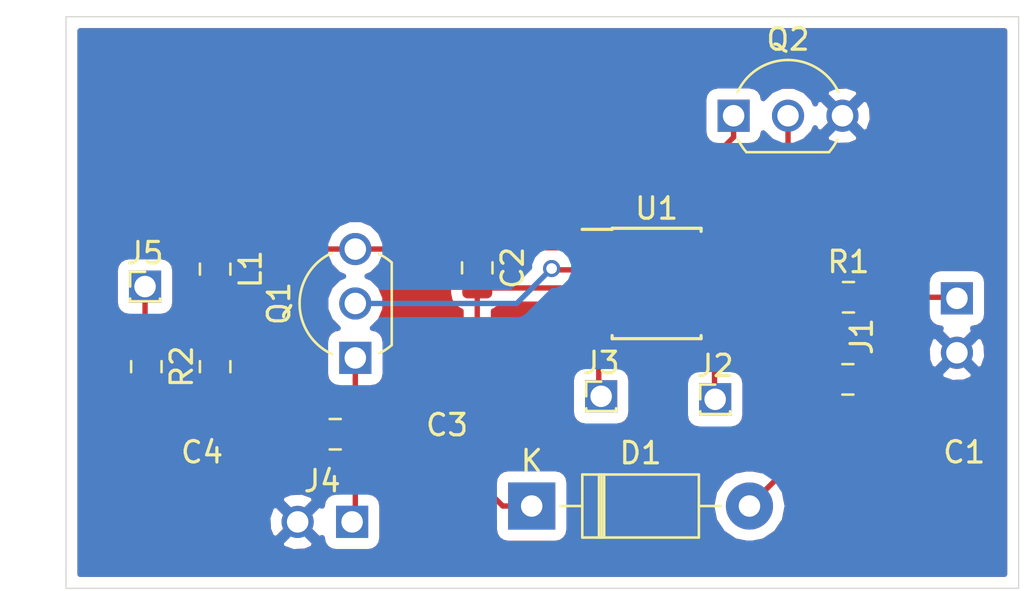
<source format=kicad_pcb>
(kicad_pcb (version 20171130) (host pcbnew "(6.0.0-rc1-dev-305-gf0b8b21)")

  (general
    (thickness 1.6)
    (drawings 4)
    (tracks 42)
    (zones 0)
    (modules 16)
    (nets 12)
  )

  (page A4)
  (layers
    (0 F.Cu signal)
    (31 B.Cu signal)
    (32 B.Adhes user)
    (33 F.Adhes user)
    (34 B.Paste user)
    (35 F.Paste user)
    (36 B.SilkS user)
    (37 F.SilkS user)
    (38 B.Mask user)
    (39 F.Mask user)
    (40 Dwgs.User user)
    (41 Cmts.User user)
    (42 Eco1.User user)
    (43 Eco2.User user)
    (44 Edge.Cuts user)
    (45 Margin user)
    (46 B.CrtYd user)
    (47 F.CrtYd user)
    (48 B.Fab user)
    (49 F.Fab user)
  )

  (setup
    (last_trace_width 0.25)
    (trace_clearance 0.2)
    (zone_clearance 0.508)
    (zone_45_only no)
    (trace_min 0.2)
    (via_size 0.8)
    (via_drill 0.4)
    (via_min_size 0.4)
    (via_min_drill 0.3)
    (uvia_size 0.3)
    (uvia_drill 0.1)
    (uvias_allowed no)
    (uvia_min_size 0.2)
    (uvia_min_drill 0.1)
    (edge_width 0.05)
    (segment_width 0.2)
    (pcb_text_width 0.3)
    (pcb_text_size 1.5 1.5)
    (mod_edge_width 0.12)
    (mod_text_size 1 1)
    (mod_text_width 0.15)
    (pad_size 1.5 1.5)
    (pad_drill 1.00076)
    (pad_to_mask_clearance 0.2)
    (aux_axis_origin 0 0)
    (visible_elements FFFFFF7F)
    (pcbplotparams
      (layerselection 0x01000_ffffffff)
      (usegerberextensions false)
      (usegerberattributes false)
      (usegerberadvancedattributes false)
      (creategerberjobfile false)
      (excludeedgelayer true)
      (linewidth 0.100000)
      (plotframeref false)
      (viasonmask false)
      (mode 1)
      (useauxorigin false)
      (hpglpennumber 1)
      (hpglpenspeed 20)
      (hpglpendiameter 15.000000)
      (psnegative false)
      (psa4output false)
      (plotreference true)
      (plotvalue true)
      (plotinvisibletext false)
      (padsonsilk false)
      (subtractmaskfromsilk false)
      (outputformat 1)
      (mirror false)
      (drillshape 0)
      (scaleselection 1)
      (outputdirectory "../Drill and Gerber/"))
  )

  (net 0 "")
  (net 1 "Net-(C1-Pad1)")
  (net 2 GND)
  (net 3 "Net-(C2-Pad2)")
  (net 4 "Net-(C2-Pad1)")
  (net 5 "Net-(C3-Pad1)")
  (net 6 "Net-(C4-Pad1)")
  (net 7 "Net-(J1-Pad2)")
  (net 8 "Net-(J2-Pad1)")
  (net 9 "Net-(J3-Pad1)")
  (net 10 "Net-(Q1-Pad2)")
  (net 11 "Net-(Q2-Pad2)")

  (net_class Default "This is the default net class."
    (clearance 0.2)
    (trace_width 0.25)
    (via_dia 0.8)
    (via_drill 0.4)
    (uvia_dia 0.3)
    (uvia_drill 0.1)
    (add_net GND)
    (add_net "Net-(C1-Pad1)")
    (add_net "Net-(C2-Pad1)")
    (add_net "Net-(C2-Pad2)")
    (add_net "Net-(C3-Pad1)")
    (add_net "Net-(C4-Pad1)")
    (add_net "Net-(J1-Pad2)")
    (add_net "Net-(J2-Pad1)")
    (add_net "Net-(J3-Pad1)")
    (add_net "Net-(Q1-Pad2)")
    (add_net "Net-(Q2-Pad2)")
  )

  (module Capacitor_SMD:C_0805_2012Metric (layer F.Cu) (tedit 5B36C52B) (tstamp 5CE5F99E)
    (at 159.6725 110.9)
    (descr "Capacitor SMD 0805 (2012 Metric), square (rectangular) end terminal, IPC_7351 nominal, (Body size source: https://docs.google.com/spreadsheets/d/1BsfQQcO9C6DZCsRaXUlFlo91Tg2WpOkGARC1WS5S8t0/edit?usp=sharing), generated with kicad-footprint-generator")
    (tags capacitor)
    (path /5CE5A587)
    (attr smd)
    (fp_text reference C1 (at 5.4275 3.4) (layer F.SilkS)
      (effects (font (size 1 1) (thickness 0.15)))
    )
    (fp_text value 1uF (at 5.4275 2.13) (layer F.Fab)
      (effects (font (size 1 1) (thickness 0.15)))
    )
    (fp_line (start -1 0.6) (end -1 -0.6) (layer F.Fab) (width 0.1))
    (fp_line (start -1 -0.6) (end 1 -0.6) (layer F.Fab) (width 0.1))
    (fp_line (start 1 -0.6) (end 1 0.6) (layer F.Fab) (width 0.1))
    (fp_line (start 1 0.6) (end -1 0.6) (layer F.Fab) (width 0.1))
    (fp_line (start -0.258578 -0.71) (end 0.258578 -0.71) (layer F.SilkS) (width 0.12))
    (fp_line (start -0.258578 0.71) (end 0.258578 0.71) (layer F.SilkS) (width 0.12))
    (fp_line (start -1.68 0.95) (end -1.68 -0.95) (layer F.CrtYd) (width 0.05))
    (fp_line (start -1.68 -0.95) (end 1.68 -0.95) (layer F.CrtYd) (width 0.05))
    (fp_line (start 1.68 -0.95) (end 1.68 0.95) (layer F.CrtYd) (width 0.05))
    (fp_line (start 1.68 0.95) (end -1.68 0.95) (layer F.CrtYd) (width 0.05))
    (fp_text user %R (at 0 0) (layer F.Fab)
      (effects (font (size 0.5 0.5) (thickness 0.08)))
    )
    (pad 1 smd roundrect (at -0.9375 0) (size 0.975 1.4) (layers F.Cu F.Paste F.Mask) (roundrect_rratio 0.25)
      (net 1 "Net-(C1-Pad1)"))
    (pad 2 smd roundrect (at 0.9375 0) (size 0.975 1.4) (layers F.Cu F.Paste F.Mask) (roundrect_rratio 0.25)
      (net 2 GND))
    (model ${KISYS3DMOD}/Capacitor_SMD.3dshapes/C_0805_2012Metric.wrl
      (at (xyz 0 0 0))
      (scale (xyz 1 1 1))
      (rotate (xyz 0 0 0))
    )
  )

  (module Capacitor_SMD:C_0805_2012Metric (layer F.Cu) (tedit 5B36C52B) (tstamp 5CE5F9AF)
    (at 142.38 105.6975 270)
    (descr "Capacitor SMD 0805 (2012 Metric), square (rectangular) end terminal, IPC_7351 nominal, (Body size source: https://docs.google.com/spreadsheets/d/1BsfQQcO9C6DZCsRaXUlFlo91Tg2WpOkGARC1WS5S8t0/edit?usp=sharing), generated with kicad-footprint-generator")
    (tags capacitor)
    (path /5CE5A6E3)
    (attr smd)
    (fp_text reference C2 (at 0 -1.65 270) (layer F.SilkS)
      (effects (font (size 1 1) (thickness 0.15)))
    )
    (fp_text value 0.33uF (at -2.8275 -1.13) (layer F.Fab)
      (effects (font (size 1 1) (thickness 0.15)))
    )
    (fp_text user %R (at 0 0 270) (layer F.Fab)
      (effects (font (size 0.5 0.5) (thickness 0.08)))
    )
    (fp_line (start 1.68 0.95) (end -1.68 0.95) (layer F.CrtYd) (width 0.05))
    (fp_line (start 1.68 -0.95) (end 1.68 0.95) (layer F.CrtYd) (width 0.05))
    (fp_line (start -1.68 -0.95) (end 1.68 -0.95) (layer F.CrtYd) (width 0.05))
    (fp_line (start -1.68 0.95) (end -1.68 -0.95) (layer F.CrtYd) (width 0.05))
    (fp_line (start -0.258578 0.71) (end 0.258578 0.71) (layer F.SilkS) (width 0.12))
    (fp_line (start -0.258578 -0.71) (end 0.258578 -0.71) (layer F.SilkS) (width 0.12))
    (fp_line (start 1 0.6) (end -1 0.6) (layer F.Fab) (width 0.1))
    (fp_line (start 1 -0.6) (end 1 0.6) (layer F.Fab) (width 0.1))
    (fp_line (start -1 -0.6) (end 1 -0.6) (layer F.Fab) (width 0.1))
    (fp_line (start -1 0.6) (end -1 -0.6) (layer F.Fab) (width 0.1))
    (pad 2 smd roundrect (at 0.9375 0 270) (size 0.975 1.4) (layers F.Cu F.Paste F.Mask) (roundrect_rratio 0.25)
      (net 3 "Net-(C2-Pad2)"))
    (pad 1 smd roundrect (at -0.9375 0 270) (size 0.975 1.4) (layers F.Cu F.Paste F.Mask) (roundrect_rratio 0.25)
      (net 4 "Net-(C2-Pad1)"))
    (model ${KISYS3DMOD}/Capacitor_SMD.3dshapes/C_0805_2012Metric.wrl
      (at (xyz 0 0 0))
      (scale (xyz 1 1 1))
      (rotate (xyz 0 0 0))
    )
  )

  (module Capacitor_SMD:C_0805_2012Metric (layer F.Cu) (tedit 5B36C52B) (tstamp 5CE5F9C0)
    (at 135.7525 113.46 180)
    (descr "Capacitor SMD 0805 (2012 Metric), square (rectangular) end terminal, IPC_7351 nominal, (Body size source: https://docs.google.com/spreadsheets/d/1BsfQQcO9C6DZCsRaXUlFlo91Tg2WpOkGARC1WS5S8t0/edit?usp=sharing), generated with kicad-footprint-generator")
    (tags capacitor)
    (path /5CE606B9)
    (attr smd)
    (fp_text reference C3 (at -5.2175 0.43 180) (layer F.SilkS)
      (effects (font (size 1 1) (thickness 0.15)))
    )
    (fp_text value 10uF (at 0 1.65 180) (layer F.Fab)
      (effects (font (size 1 1) (thickness 0.15)))
    )
    (fp_line (start -1 0.6) (end -1 -0.6) (layer F.Fab) (width 0.1))
    (fp_line (start -1 -0.6) (end 1 -0.6) (layer F.Fab) (width 0.1))
    (fp_line (start 1 -0.6) (end 1 0.6) (layer F.Fab) (width 0.1))
    (fp_line (start 1 0.6) (end -1 0.6) (layer F.Fab) (width 0.1))
    (fp_line (start -0.258578 -0.71) (end 0.258578 -0.71) (layer F.SilkS) (width 0.12))
    (fp_line (start -0.258578 0.71) (end 0.258578 0.71) (layer F.SilkS) (width 0.12))
    (fp_line (start -1.68 0.95) (end -1.68 -0.95) (layer F.CrtYd) (width 0.05))
    (fp_line (start -1.68 -0.95) (end 1.68 -0.95) (layer F.CrtYd) (width 0.05))
    (fp_line (start 1.68 -0.95) (end 1.68 0.95) (layer F.CrtYd) (width 0.05))
    (fp_line (start 1.68 0.95) (end -1.68 0.95) (layer F.CrtYd) (width 0.05))
    (fp_text user %R (at 0 0 180) (layer F.Fab)
      (effects (font (size 0.5 0.5) (thickness 0.08)))
    )
    (pad 1 smd roundrect (at -0.9375 0 180) (size 0.975 1.4) (layers F.Cu F.Paste F.Mask) (roundrect_rratio 0.25)
      (net 5 "Net-(C3-Pad1)"))
    (pad 2 smd roundrect (at 0.9375 0 180) (size 0.975 1.4) (layers F.Cu F.Paste F.Mask) (roundrect_rratio 0.25)
      (net 2 GND))
    (model ${KISYS3DMOD}/Capacitor_SMD.3dshapes/C_0805_2012Metric.wrl
      (at (xyz 0 0 0))
      (scale (xyz 1 1 1))
      (rotate (xyz 0 0 0))
    )
  )

  (module Capacitor_SMD:C_0805_2012Metric (layer F.Cu) (tedit 5B36C52B) (tstamp 5CE5F9D1)
    (at 130.15 110.3075 270)
    (descr "Capacitor SMD 0805 (2012 Metric), square (rectangular) end terminal, IPC_7351 nominal, (Body size source: https://docs.google.com/spreadsheets/d/1BsfQQcO9C6DZCsRaXUlFlo91Tg2WpOkGARC1WS5S8t0/edit?usp=sharing), generated with kicad-footprint-generator")
    (tags capacitor)
    (path /5CE60AAE)
    (attr smd)
    (fp_text reference C4 (at 3.9925 0.61) (layer F.SilkS)
      (effects (font (size 1 1) (thickness 0.15)))
    )
    (fp_text value 270uF (at 2.7225 -0.66) (layer F.Fab)
      (effects (font (size 1 1) (thickness 0.15)))
    )
    (fp_text user %R (at 0 0 270) (layer F.Fab)
      (effects (font (size 0.5 0.5) (thickness 0.08)))
    )
    (fp_line (start 1.68 0.95) (end -1.68 0.95) (layer F.CrtYd) (width 0.05))
    (fp_line (start 1.68 -0.95) (end 1.68 0.95) (layer F.CrtYd) (width 0.05))
    (fp_line (start -1.68 -0.95) (end 1.68 -0.95) (layer F.CrtYd) (width 0.05))
    (fp_line (start -1.68 0.95) (end -1.68 -0.95) (layer F.CrtYd) (width 0.05))
    (fp_line (start -0.258578 0.71) (end 0.258578 0.71) (layer F.SilkS) (width 0.12))
    (fp_line (start -0.258578 -0.71) (end 0.258578 -0.71) (layer F.SilkS) (width 0.12))
    (fp_line (start 1 0.6) (end -1 0.6) (layer F.Fab) (width 0.1))
    (fp_line (start 1 -0.6) (end 1 0.6) (layer F.Fab) (width 0.1))
    (fp_line (start -1 -0.6) (end 1 -0.6) (layer F.Fab) (width 0.1))
    (fp_line (start -1 0.6) (end -1 -0.6) (layer F.Fab) (width 0.1))
    (pad 2 smd roundrect (at 0.9375 0 270) (size 0.975 1.4) (layers F.Cu F.Paste F.Mask) (roundrect_rratio 0.25)
      (net 2 GND))
    (pad 1 smd roundrect (at -0.9375 0 270) (size 0.975 1.4) (layers F.Cu F.Paste F.Mask) (roundrect_rratio 0.25)
      (net 6 "Net-(C4-Pad1)"))
    (model ${KISYS3DMOD}/Capacitor_SMD.3dshapes/C_0805_2012Metric.wrl
      (at (xyz 0 0 0))
      (scale (xyz 1 1 1))
      (rotate (xyz 0 0 0))
    )
  )

  (module Diode_THT:D_DO-41_SOD81_P10.16mm_Horizontal (layer F.Cu) (tedit 5CE5BD29) (tstamp 5CE5F9F0)
    (at 144.92 116.81)
    (descr "Diode, DO-41_SOD81 series, Axial, Horizontal, pin pitch=10.16mm, , length*diameter=5.2*2.7mm^2, , http://www.diodes.com/_files/packages/DO-41%20(Plastic).pdf")
    (tags "Diode DO-41_SOD81 series Axial Horizontal pin pitch 10.16mm  length 5.2mm diameter 2.7mm")
    (path /5CE5A629)
    (fp_text reference D1 (at 5.08 -2.47) (layer F.SilkS)
      (effects (font (size 1 1) (thickness 0.15)))
    )
    (fp_text value D (at 5.08 2.47) (layer F.Fab)
      (effects (font (size 1 1) (thickness 0.15)))
    )
    (fp_line (start 2.48 -1.35) (end 2.48 1.35) (layer F.Fab) (width 0.1))
    (fp_line (start 2.48 1.35) (end 7.68 1.35) (layer F.Fab) (width 0.1))
    (fp_line (start 7.68 1.35) (end 7.68 -1.35) (layer F.Fab) (width 0.1))
    (fp_line (start 7.68 -1.35) (end 2.48 -1.35) (layer F.Fab) (width 0.1))
    (fp_line (start 0 0) (end 2.48 0) (layer F.Fab) (width 0.1))
    (fp_line (start 10.16 0) (end 7.68 0) (layer F.Fab) (width 0.1))
    (fp_line (start 3.26 -1.35) (end 3.26 1.35) (layer F.Fab) (width 0.1))
    (fp_line (start 3.36 -1.35) (end 3.36 1.35) (layer F.Fab) (width 0.1))
    (fp_line (start 3.16 -1.35) (end 3.16 1.35) (layer F.Fab) (width 0.1))
    (fp_line (start 2.36 -1.47) (end 2.36 1.47) (layer F.SilkS) (width 0.12))
    (fp_line (start 2.36 1.47) (end 7.8 1.47) (layer F.SilkS) (width 0.12))
    (fp_line (start 7.8 1.47) (end 7.8 -1.47) (layer F.SilkS) (width 0.12))
    (fp_line (start 7.8 -1.47) (end 2.36 -1.47) (layer F.SilkS) (width 0.12))
    (fp_line (start 1.34 0) (end 2.36 0) (layer F.SilkS) (width 0.12))
    (fp_line (start 8.82 0) (end 7.8 0) (layer F.SilkS) (width 0.12))
    (fp_line (start 3.26 -1.47) (end 3.26 1.47) (layer F.SilkS) (width 0.12))
    (fp_line (start 3.38 -1.47) (end 3.38 1.47) (layer F.SilkS) (width 0.12))
    (fp_line (start 3.14 -1.47) (end 3.14 1.47) (layer F.SilkS) (width 0.12))
    (fp_line (start -1.35 -1.6) (end -1.35 1.6) (layer F.CrtYd) (width 0.05))
    (fp_line (start -1.35 1.6) (end 11.51 1.6) (layer F.CrtYd) (width 0.05))
    (fp_line (start 11.51 1.6) (end 11.51 -1.6) (layer F.CrtYd) (width 0.05))
    (fp_line (start 11.51 -1.6) (end -1.35 -1.6) (layer F.CrtYd) (width 0.05))
    (fp_text user %R (at 5.609999 -0.101001) (layer F.Fab)
      (effects (font (size 1 1) (thickness 0.15)))
    )
    (fp_text user K (at 0 -2.1) (layer F.Fab)
      (effects (font (size 1 1) (thickness 0.15)))
    )
    (fp_text user K (at 0 -2.1) (layer F.SilkS)
      (effects (font (size 1 1) (thickness 0.15)))
    )
    (pad 1 thru_hole rect (at 0 0) (size 2.2 2.2) (drill 1.00076) (layers *.Cu *.Mask)
      (net 3 "Net-(C2-Pad2)"))
    (pad 2 thru_hole oval (at 10.16 0) (size 2.2 2.2) (drill 1.00076) (layers *.Cu *.Mask)
      (net 1 "Net-(C1-Pad1)"))
    (model ${KISYS3DMOD}/Diode_THT.3dshapes/D_DO-41_SOD81_P10.16mm_Horizontal.wrl
      (at (xyz 0 0 0))
      (scale (xyz 1 1 1))
      (rotate (xyz 0 0 0))
    )
  )

  (module My_Footprints:header_2_pins (layer F.Cu) (tedit 5CE5BCF4) (tstamp 5CE5F9FA)
    (at 164.76 109.66 90)
    (path /5CE65AE4)
    (fp_text reference J1 (at 0.762 -4.445 90) (layer F.SilkS)
      (effects (font (size 1 1) (thickness 0.15)))
    )
    (fp_text value Conn_01x02_Male (at 1.143 -2.794 90) (layer F.Fab)
      (effects (font (size 1 1) (thickness 0.15)))
    )
    (fp_line (start 3.9 -1.3) (end -1.3 -1.3) (layer F.CrtYd) (width 0.15))
    (fp_line (start 3.9 1.3) (end 3.9 -1.3) (layer F.CrtYd) (width 0.15))
    (fp_line (start -1.3 1.3) (end 3.9 1.3) (layer F.CrtYd) (width 0.15))
    (fp_line (start -1.3 -1.3) (end -1.3 1.3) (layer F.CrtYd) (width 0.15))
    (pad 2 thru_hole rect (at 2.54 0 90) (size 1.5 1.5) (drill 1.00076) (layers *.Cu *.Mask)
      (net 7 "Net-(J1-Pad2)"))
    (pad 1 thru_hole circle (at 0 0 90) (size 1.5 1.5) (drill 1.00076) (layers *.Cu *.Mask)
      (net 2 GND))
  )

  (module Connector_PinHeader_1.00mm:PinHeader_1x01_P1.00mm_Vertical (layer F.Cu) (tedit 5CE5BCD3) (tstamp 5CE5FA10)
    (at 153.48 111.83)
    (descr "Through hole straight pin header, 1x01, 1.00mm pitch, single row")
    (tags "Through hole pin header THT 1x01 1.00mm single row")
    (path /5CE5EC83)
    (fp_text reference J2 (at 0 -1.56) (layer F.SilkS)
      (effects (font (size 1 1) (thickness 0.15)))
    )
    (fp_text value Conn_01x01_Male (at 0 1.56) (layer F.Fab)
      (effects (font (size 1 1) (thickness 0.15)))
    )
    (fp_line (start -0.3175 -0.5) (end 0.635 -0.5) (layer F.Fab) (width 0.1))
    (fp_line (start 0.635 -0.5) (end 0.635 0.5) (layer F.Fab) (width 0.1))
    (fp_line (start 0.635 0.5) (end -0.635 0.5) (layer F.Fab) (width 0.1))
    (fp_line (start -0.635 0.5) (end -0.635 -0.1825) (layer F.Fab) (width 0.1))
    (fp_line (start -0.635 -0.1825) (end -0.3175 -0.5) (layer F.Fab) (width 0.1))
    (fp_line (start -0.695 0.685) (end 0.695 0.685) (layer F.SilkS) (width 0.12))
    (fp_line (start -0.695 0.685) (end -0.695 0.56) (layer F.SilkS) (width 0.12))
    (fp_line (start 0.695 0.685) (end 0.695 0.56) (layer F.SilkS) (width 0.12))
    (fp_line (start -0.695 0.685) (end -0.608276 0.685) (layer F.SilkS) (width 0.12))
    (fp_line (start 0.608276 0.685) (end 0.695 0.685) (layer F.SilkS) (width 0.12))
    (fp_line (start -0.695 0) (end -0.695 -0.685) (layer F.SilkS) (width 0.12))
    (fp_line (start -0.695 -0.685) (end 0 -0.685) (layer F.SilkS) (width 0.12))
    (fp_line (start -1.15 -1) (end -1.15 1) (layer F.CrtYd) (width 0.05))
    (fp_line (start -1.15 1) (end 1.15 1) (layer F.CrtYd) (width 0.05))
    (fp_line (start 1.15 1) (end 1.15 -1) (layer F.CrtYd) (width 0.05))
    (fp_line (start 1.15 -1) (end -1.15 -1) (layer F.CrtYd) (width 0.05))
    (fp_text user %R (at -0.18 -0.01 90) (layer F.Fab)
      (effects (font (size 0.76 0.76) (thickness 0.114)))
    )
    (pad 1 thru_hole rect (at 0 0) (size 1.4986 1.4986) (drill 1.00076) (layers *.Cu *.Mask)
      (net 8 "Net-(J2-Pad1)"))
    (model ${KISYS3DMOD}/Connector_PinHeader_1.00mm.3dshapes/PinHeader_1x01_P1.00mm_Vertical.wrl
      (at (xyz 0 0 0))
      (scale (xyz 1 1 1))
      (rotate (xyz 0 0 0))
    )
  )

  (module Connector_PinHeader_1.00mm:PinHeader_1x01_P1.00mm_Vertical (layer F.Cu) (tedit 5CE5BCE2) (tstamp 5CE5FA26)
    (at 148.16 111.69)
    (descr "Through hole straight pin header, 1x01, 1.00mm pitch, single row")
    (tags "Through hole pin header THT 1x01 1.00mm single row")
    (path /5CE5EF59)
    (fp_text reference J3 (at 0 -1.56) (layer F.SilkS)
      (effects (font (size 1 1) (thickness 0.15)))
    )
    (fp_text value Conn_01x01_Male (at 0 1.56) (layer F.Fab)
      (effects (font (size 1 1) (thickness 0.15)))
    )
    (fp_text user %R (at -0.08 0.11 90) (layer F.Fab)
      (effects (font (size 0.76 0.76) (thickness 0.114)))
    )
    (fp_line (start 1.15 -1) (end -1.15 -1) (layer F.CrtYd) (width 0.05))
    (fp_line (start 1.15 1) (end 1.15 -1) (layer F.CrtYd) (width 0.05))
    (fp_line (start -1.15 1) (end 1.15 1) (layer F.CrtYd) (width 0.05))
    (fp_line (start -1.15 -1) (end -1.15 1) (layer F.CrtYd) (width 0.05))
    (fp_line (start -0.695 -0.685) (end 0 -0.685) (layer F.SilkS) (width 0.12))
    (fp_line (start -0.695 0) (end -0.695 -0.685) (layer F.SilkS) (width 0.12))
    (fp_line (start 0.608276 0.685) (end 0.695 0.685) (layer F.SilkS) (width 0.12))
    (fp_line (start -0.695 0.685) (end -0.608276 0.685) (layer F.SilkS) (width 0.12))
    (fp_line (start 0.695 0.685) (end 0.695 0.56) (layer F.SilkS) (width 0.12))
    (fp_line (start -0.695 0.685) (end -0.695 0.56) (layer F.SilkS) (width 0.12))
    (fp_line (start -0.695 0.685) (end 0.695 0.685) (layer F.SilkS) (width 0.12))
    (fp_line (start -0.635 -0.1825) (end -0.3175 -0.5) (layer F.Fab) (width 0.1))
    (fp_line (start -0.635 0.5) (end -0.635 -0.1825) (layer F.Fab) (width 0.1))
    (fp_line (start 0.635 0.5) (end -0.635 0.5) (layer F.Fab) (width 0.1))
    (fp_line (start 0.635 -0.5) (end 0.635 0.5) (layer F.Fab) (width 0.1))
    (fp_line (start -0.3175 -0.5) (end 0.635 -0.5) (layer F.Fab) (width 0.1))
    (pad 1 thru_hole rect (at 0 0) (size 1.4986 1.4986) (drill 1.00076) (layers *.Cu *.Mask)
      (net 9 "Net-(J3-Pad1)"))
    (model ${KISYS3DMOD}/Connector_PinHeader_1.00mm.3dshapes/PinHeader_1x01_P1.00mm_Vertical.wrl
      (at (xyz 0 0 0))
      (scale (xyz 1 1 1))
      (rotate (xyz 0 0 0))
    )
  )

  (module My_Footprints:header_2_pins (layer F.Cu) (tedit 5CE5BC62) (tstamp 5CE5FA30)
    (at 134 117.55)
    (path /5CE644A0)
    (fp_text reference J4 (at 1.143 -1.905) (layer F.SilkS)
      (effects (font (size 1 1) (thickness 0.15)))
    )
    (fp_text value Conn_01x02_Male (at 2.794 -3.048) (layer F.Fab)
      (effects (font (size 1 1) (thickness 0.15)))
    )
    (fp_line (start -1.3 -1.3) (end -1.3 1.3) (layer F.CrtYd) (width 0.15))
    (fp_line (start -1.3 1.3) (end 3.9 1.3) (layer F.CrtYd) (width 0.15))
    (fp_line (start 3.9 1.3) (end 3.9 -1.3) (layer F.CrtYd) (width 0.15))
    (fp_line (start 3.9 -1.3) (end -1.3 -1.3) (layer F.CrtYd) (width 0.15))
    (pad 1 thru_hole circle (at 0 0) (size 1.5 1.5) (drill 1.00076) (layers *.Cu *.Mask)
      (net 2 GND))
    (pad 2 thru_hole rect (at 2.54 0) (size 1.5 1.5) (drill 1.00076) (layers *.Cu *.Mask)
      (net 5 "Net-(C3-Pad1)"))
  )

  (module Connector_PinHeader_1.00mm:PinHeader_1x01_P1.00mm_Vertical (layer F.Cu) (tedit 5CE5BC46) (tstamp 5CE5FA46)
    (at 126.88 106.57)
    (descr "Through hole straight pin header, 1x01, 1.00mm pitch, single row")
    (tags "Through hole pin header THT 1x01 1.00mm single row")
    (path /5CE61D93)
    (fp_text reference J5 (at 0 -1.56) (layer F.SilkS)
      (effects (font (size 1 1) (thickness 0.15)))
    )
    (fp_text value Conn_01x01_Male (at 0 1.56) (layer F.Fab)
      (effects (font (size 1 1) (thickness 0.15)))
    )
    (fp_line (start -0.3175 -0.5) (end 0.635 -0.5) (layer F.Fab) (width 0.1))
    (fp_line (start 0.635 -0.5) (end 0.635 0.5) (layer F.Fab) (width 0.1))
    (fp_line (start 0.635 0.5) (end -0.635 0.5) (layer F.Fab) (width 0.1))
    (fp_line (start -0.635 0.5) (end -0.635 -0.1825) (layer F.Fab) (width 0.1))
    (fp_line (start -0.635 -0.1825) (end -0.3175 -0.5) (layer F.Fab) (width 0.1))
    (fp_line (start -0.695 0.685) (end 0.695 0.685) (layer F.SilkS) (width 0.12))
    (fp_line (start -0.695 0.685) (end -0.695 0.56) (layer F.SilkS) (width 0.12))
    (fp_line (start 0.695 0.685) (end 0.695 0.56) (layer F.SilkS) (width 0.12))
    (fp_line (start -0.695 0.685) (end -0.608276 0.685) (layer F.SilkS) (width 0.12))
    (fp_line (start 0.608276 0.685) (end 0.695 0.685) (layer F.SilkS) (width 0.12))
    (fp_line (start -0.695 0) (end -0.695 -0.685) (layer F.SilkS) (width 0.12))
    (fp_line (start -0.695 -0.685) (end 0 -0.685) (layer F.SilkS) (width 0.12))
    (fp_line (start -1.15 -1) (end -1.15 1) (layer F.CrtYd) (width 0.05))
    (fp_line (start -1.15 1) (end 1.15 1) (layer F.CrtYd) (width 0.05))
    (fp_line (start 1.15 1) (end 1.15 -1) (layer F.CrtYd) (width 0.05))
    (fp_line (start 1.15 -1) (end -1.15 -1) (layer F.CrtYd) (width 0.05))
    (fp_text user %R (at 0.28 0.03 90) (layer F.Fab)
      (effects (font (size 0.76 0.76) (thickness 0.114)))
    )
    (pad 1 thru_hole rect (at 0 0) (size 1.5 1.5) (drill 1.00076) (layers *.Cu *.Mask)
      (net 6 "Net-(C4-Pad1)"))
    (model ${KISYS3DMOD}/Connector_PinHeader_1.00mm.3dshapes/PinHeader_1x01_P1.00mm_Vertical.wrl
      (at (xyz 0 0 0))
      (scale (xyz 1 1 1))
      (rotate (xyz 0 0 0))
    )
  )

  (module Inductor_SMD:L_0805_2012Metric (layer F.Cu) (tedit 5B36C52B) (tstamp 5CE5FA57)
    (at 130.15 105.7575 270)
    (descr "Inductor SMD 0805 (2012 Metric), square (rectangular) end terminal, IPC_7351 nominal, (Body size source: https://docs.google.com/spreadsheets/d/1BsfQQcO9C6DZCsRaXUlFlo91Tg2WpOkGARC1WS5S8t0/edit?usp=sharing), generated with kicad-footprint-generator")
    (tags inductor)
    (path /5CE603BB)
    (attr smd)
    (fp_text reference L1 (at 0 -1.65 270) (layer F.SilkS)
      (effects (font (size 1 1) (thickness 0.15)))
    )
    (fp_text value L (at 0 1.65 270) (layer F.Fab)
      (effects (font (size 1 1) (thickness 0.15)))
    )
    (fp_line (start -1 0.6) (end -1 -0.6) (layer F.Fab) (width 0.1))
    (fp_line (start -1 -0.6) (end 1 -0.6) (layer F.Fab) (width 0.1))
    (fp_line (start 1 -0.6) (end 1 0.6) (layer F.Fab) (width 0.1))
    (fp_line (start 1 0.6) (end -1 0.6) (layer F.Fab) (width 0.1))
    (fp_line (start -0.258578 -0.71) (end 0.258578 -0.71) (layer F.SilkS) (width 0.12))
    (fp_line (start -0.258578 0.71) (end 0.258578 0.71) (layer F.SilkS) (width 0.12))
    (fp_line (start -1.68 0.95) (end -1.68 -0.95) (layer F.CrtYd) (width 0.05))
    (fp_line (start -1.68 -0.95) (end 1.68 -0.95) (layer F.CrtYd) (width 0.05))
    (fp_line (start 1.68 -0.95) (end 1.68 0.95) (layer F.CrtYd) (width 0.05))
    (fp_line (start 1.68 0.95) (end -1.68 0.95) (layer F.CrtYd) (width 0.05))
    (fp_text user %R (at 0 0 270) (layer F.Fab)
      (effects (font (size 0.5 0.5) (thickness 0.08)))
    )
    (pad 1 smd roundrect (at -0.9375 0 270) (size 0.975 1.4) (layers F.Cu F.Paste F.Mask) (roundrect_rratio 0.25)
      (net 4 "Net-(C2-Pad1)"))
    (pad 2 smd roundrect (at 0.9375 0 270) (size 0.975 1.4) (layers F.Cu F.Paste F.Mask) (roundrect_rratio 0.25)
      (net 6 "Net-(C4-Pad1)"))
    (model ${KISYS3DMOD}/Inductor_SMD.3dshapes/L_0805_2012Metric.wrl
      (at (xyz 0 0 0))
      (scale (xyz 1 1 1))
      (rotate (xyz 0 0 0))
    )
  )

  (module Package_TO_SOT_THT:TO-92L_Inline_Wide (layer F.Cu) (tedit 5CE5BD43) (tstamp 5CE5FA6B)
    (at 136.69 109.9 90)
    (descr "TO-92L leads in-line (large body variant of TO-92), also known as TO-226, wide, drill 0.75mm (see https://www.diodes.com/assets/Package-Files/TO92L.pdf and http://www.ti.com/lit/an/snoa059/snoa059.pdf)")
    (tags "TO-92L Inline Wide transistor")
    (path /5CE5F6C3)
    (fp_text reference Q1 (at 2.54 -3.56 90) (layer F.SilkS)
      (effects (font (size 1 1) (thickness 0.15)))
    )
    (fp_text value Q_NMOS_DGS (at 2.54 2.79 90) (layer F.Fab)
      (effects (font (size 1 1) (thickness 0.15)))
    )
    (fp_text user %R (at 2.54 -3.56 90) (layer F.Fab)
      (effects (font (size 1 1) (thickness 0.15)))
    )
    (fp_line (start 0.6 1.7) (end 4.45 1.7) (layer F.SilkS) (width 0.12))
    (fp_line (start 0.65 1.6) (end 4.4 1.6) (layer F.Fab) (width 0.1))
    (fp_line (start -1 -2.75) (end 6.1 -2.75) (layer F.CrtYd) (width 0.05))
    (fp_line (start -1 -2.75) (end -1 1.85) (layer F.CrtYd) (width 0.05))
    (fp_line (start 6.1 1.85) (end 6.1 -2.75) (layer F.CrtYd) (width 0.05))
    (fp_line (start 6.1 1.85) (end -1 1.85) (layer F.CrtYd) (width 0.05))
    (fp_arc (start 2.54 0) (end 0.6 1.7) (angle 15.44288892) (layer F.SilkS) (width 0.12))
    (fp_arc (start 2.54 0) (end 2.54 -2.6) (angle -65) (layer F.SilkS) (width 0.12))
    (fp_arc (start 2.54 0) (end 2.54 -2.6) (angle 65) (layer F.SilkS) (width 0.12))
    (fp_arc (start 2.54 0) (end 2.54 -2.48) (angle 129.9527847) (layer F.Fab) (width 0.1))
    (fp_arc (start 2.54 0) (end 2.54 -2.48) (angle -130.2499344) (layer F.Fab) (width 0.1))
    (fp_arc (start 2.54 0) (end 4.45 1.7) (angle -15.88591585) (layer F.SilkS) (width 0.12))
    (pad 2 thru_hole circle (at 2.54 0 180) (size 1.5 1.5) (drill 1.00076) (layers *.Cu *.Mask)
      (net 10 "Net-(Q1-Pad2)"))
    (pad 3 thru_hole circle (at 5.08 0 180) (size 1.5 1.5) (drill 1.00076) (layers *.Cu *.Mask)
      (net 4 "Net-(C2-Pad1)"))
    (pad 1 thru_hole rect (at 0 0 180) (size 1.5 1.5) (drill 1.00076) (layers *.Cu *.Mask)
      (net 5 "Net-(C3-Pad1)"))
    (model ${KISYS3DMOD}/Package_TO_SOT_THT.3dshapes/TO-92L_Inline_Wide.wrl
      (at (xyz 0 0 0))
      (scale (xyz 1 1 1))
      (rotate (xyz 0 0 0))
    )
  )

  (module Package_TO_SOT_THT:TO-92L_Inline_Wide (layer F.Cu) (tedit 5CE5BD1E) (tstamp 5CE5FA7F)
    (at 154.34 98.6)
    (descr "TO-92L leads in-line (large body variant of TO-92), also known as TO-226, wide, drill 0.75mm (see https://www.diodes.com/assets/Package-Files/TO92L.pdf and http://www.ti.com/lit/an/snoa059/snoa059.pdf)")
    (tags "TO-92L Inline Wide transistor")
    (path /5CE5F827)
    (fp_text reference Q2 (at 2.54 -3.56) (layer F.SilkS)
      (effects (font (size 1 1) (thickness 0.15)))
    )
    (fp_text value Q_NMOS_DGS (at 2.54 2.79) (layer F.Fab)
      (effects (font (size 1 1) (thickness 0.15)))
    )
    (fp_arc (start 2.54 0) (end 4.45 1.7) (angle -15.88591585) (layer F.SilkS) (width 0.12))
    (fp_arc (start 2.54 0) (end 2.54 -2.48) (angle -130.2499344) (layer F.Fab) (width 0.1))
    (fp_arc (start 2.54 0) (end 2.54 -2.48) (angle 129.9527847) (layer F.Fab) (width 0.1))
    (fp_arc (start 2.54 0) (end 2.54 -2.6) (angle 65) (layer F.SilkS) (width 0.12))
    (fp_arc (start 2.54 0) (end 2.54 -2.6) (angle -65) (layer F.SilkS) (width 0.12))
    (fp_arc (start 2.54 0) (end 0.6 1.7) (angle 15.44288892) (layer F.SilkS) (width 0.12))
    (fp_line (start 6.1 1.85) (end -1 1.85) (layer F.CrtYd) (width 0.05))
    (fp_line (start 6.1 1.85) (end 6.1 -2.75) (layer F.CrtYd) (width 0.05))
    (fp_line (start -1 -2.75) (end -1 1.85) (layer F.CrtYd) (width 0.05))
    (fp_line (start -1 -2.75) (end 6.1 -2.75) (layer F.CrtYd) (width 0.05))
    (fp_line (start 0.65 1.6) (end 4.4 1.6) (layer F.Fab) (width 0.1))
    (fp_line (start 0.6 1.7) (end 4.45 1.7) (layer F.SilkS) (width 0.12))
    (fp_text user %R (at 2.54 -3.56) (layer F.Fab)
      (effects (font (size 1 1) (thickness 0.15)))
    )
    (pad 1 thru_hole rect (at 0 0 90) (size 1.5 1.5) (drill 1.00076) (layers *.Cu *.Mask)
      (net 4 "Net-(C2-Pad1)"))
    (pad 3 thru_hole circle (at 5.08 0 90) (size 1.5 1.5) (drill 1.00076) (layers *.Cu *.Mask)
      (net 2 GND))
    (pad 2 thru_hole circle (at 2.54 0 90) (size 1.5 1.5) (drill 1.00076) (layers *.Cu *.Mask)
      (net 11 "Net-(Q2-Pad2)"))
    (model ${KISYS3DMOD}/Package_TO_SOT_THT.3dshapes/TO-92L_Inline_Wide.wrl
      (at (xyz 0 0 0))
      (scale (xyz 1 1 1))
      (rotate (xyz 0 0 0))
    )
  )

  (module Resistor_SMD:R_0805_2012Metric (layer F.Cu) (tedit 5B36C52B) (tstamp 5CE5FA90)
    (at 159.7 107.07)
    (descr "Resistor SMD 0805 (2012 Metric), square (rectangular) end terminal, IPC_7351 nominal, (Body size source: https://docs.google.com/spreadsheets/d/1BsfQQcO9C6DZCsRaXUlFlo91Tg2WpOkGARC1WS5S8t0/edit?usp=sharing), generated with kicad-footprint-generator")
    (tags resistor)
    (path /5CE5A460)
    (attr smd)
    (fp_text reference R1 (at 0 -1.65) (layer F.SilkS)
      (effects (font (size 1 1) (thickness 0.15)))
    )
    (fp_text value short (at 0 -2.93) (layer F.Fab)
      (effects (font (size 1 1) (thickness 0.15)))
    )
    (fp_line (start -1 0.6) (end -1 -0.6) (layer F.Fab) (width 0.1))
    (fp_line (start -1 -0.6) (end 1 -0.6) (layer F.Fab) (width 0.1))
    (fp_line (start 1 -0.6) (end 1 0.6) (layer F.Fab) (width 0.1))
    (fp_line (start 1 0.6) (end -1 0.6) (layer F.Fab) (width 0.1))
    (fp_line (start -0.258578 -0.71) (end 0.258578 -0.71) (layer F.SilkS) (width 0.12))
    (fp_line (start -0.258578 0.71) (end 0.258578 0.71) (layer F.SilkS) (width 0.12))
    (fp_line (start -1.68 0.95) (end -1.68 -0.95) (layer F.CrtYd) (width 0.05))
    (fp_line (start -1.68 -0.95) (end 1.68 -0.95) (layer F.CrtYd) (width 0.05))
    (fp_line (start 1.68 -0.95) (end 1.68 0.95) (layer F.CrtYd) (width 0.05))
    (fp_line (start 1.68 0.95) (end -1.68 0.95) (layer F.CrtYd) (width 0.05))
    (fp_text user %R (at 0 0) (layer F.Fab)
      (effects (font (size 0.5 0.5) (thickness 0.08)))
    )
    (pad 1 smd roundrect (at -0.9375 0) (size 0.975 1.4) (layers F.Cu F.Paste F.Mask) (roundrect_rratio 0.25)
      (net 1 "Net-(C1-Pad1)"))
    (pad 2 smd roundrect (at 0.9375 0) (size 0.975 1.4) (layers F.Cu F.Paste F.Mask) (roundrect_rratio 0.25)
      (net 7 "Net-(J1-Pad2)"))
    (model ${KISYS3DMOD}/Resistor_SMD.3dshapes/R_0805_2012Metric.wrl
      (at (xyz 0 0 0))
      (scale (xyz 1 1 1))
      (rotate (xyz 0 0 0))
    )
  )

  (module Resistor_SMD:R_0805_2012Metric (layer F.Cu) (tedit 5B36C52B) (tstamp 5CE5FAA1)
    (at 126.94 110.3075 270)
    (descr "Resistor SMD 0805 (2012 Metric), square (rectangular) end terminal, IPC_7351 nominal, (Body size source: https://docs.google.com/spreadsheets/d/1BsfQQcO9C6DZCsRaXUlFlo91Tg2WpOkGARC1WS5S8t0/edit?usp=sharing), generated with kicad-footprint-generator")
    (tags resistor)
    (path /5CE651AA)
    (attr smd)
    (fp_text reference R2 (at 0 -1.65 270) (layer F.SilkS)
      (effects (font (size 1 1) (thickness 0.15)))
    )
    (fp_text value R (at 0 1.65 270) (layer F.Fab)
      (effects (font (size 1 1) (thickness 0.15)))
    )
    (fp_text user %R (at 0 0 270) (layer F.Fab)
      (effects (font (size 0.5 0.5) (thickness 0.08)))
    )
    (fp_line (start 1.68 0.95) (end -1.68 0.95) (layer F.CrtYd) (width 0.05))
    (fp_line (start 1.68 -0.95) (end 1.68 0.95) (layer F.CrtYd) (width 0.05))
    (fp_line (start -1.68 -0.95) (end 1.68 -0.95) (layer F.CrtYd) (width 0.05))
    (fp_line (start -1.68 0.95) (end -1.68 -0.95) (layer F.CrtYd) (width 0.05))
    (fp_line (start -0.258578 0.71) (end 0.258578 0.71) (layer F.SilkS) (width 0.12))
    (fp_line (start -0.258578 -0.71) (end 0.258578 -0.71) (layer F.SilkS) (width 0.12))
    (fp_line (start 1 0.6) (end -1 0.6) (layer F.Fab) (width 0.1))
    (fp_line (start 1 -0.6) (end 1 0.6) (layer F.Fab) (width 0.1))
    (fp_line (start -1 -0.6) (end 1 -0.6) (layer F.Fab) (width 0.1))
    (fp_line (start -1 0.6) (end -1 -0.6) (layer F.Fab) (width 0.1))
    (pad 2 smd roundrect (at 0.9375 0 270) (size 0.975 1.4) (layers F.Cu F.Paste F.Mask) (roundrect_rratio 0.25)
      (net 2 GND))
    (pad 1 smd roundrect (at -0.9375 0 270) (size 0.975 1.4) (layers F.Cu F.Paste F.Mask) (roundrect_rratio 0.25)
      (net 6 "Net-(C4-Pad1)"))
    (model ${KISYS3DMOD}/Resistor_SMD.3dshapes/R_0805_2012Metric.wrl
      (at (xyz 0 0 0))
      (scale (xyz 1 1 1))
      (rotate (xyz 0 0 0))
    )
  )

  (module Package_SO:SOIC-8_3.9x4.9mm_P1.27mm (layer F.Cu) (tedit 5A02F2D3) (tstamp 5CE5FABE)
    (at 150.749 106.426)
    (descr "8-Lead Plastic Small Outline (SN) - Narrow, 3.90 mm Body [SOIC] (see Microchip Packaging Specification 00000049BS.pdf)")
    (tags "SOIC 1.27")
    (path /5CE62430)
    (attr smd)
    (fp_text reference U1 (at 0 -3.5) (layer F.SilkS)
      (effects (font (size 1 1) (thickness 0.15)))
    )
    (fp_text value FAN7842 (at 0 3.5) (layer F.Fab)
      (effects (font (size 1 1) (thickness 0.15)))
    )
    (fp_text user %R (at 0 0) (layer F.Fab)
      (effects (font (size 1 1) (thickness 0.15)))
    )
    (fp_line (start -0.95 -2.45) (end 1.95 -2.45) (layer F.Fab) (width 0.1))
    (fp_line (start 1.95 -2.45) (end 1.95 2.45) (layer F.Fab) (width 0.1))
    (fp_line (start 1.95 2.45) (end -1.95 2.45) (layer F.Fab) (width 0.1))
    (fp_line (start -1.95 2.45) (end -1.95 -1.45) (layer F.Fab) (width 0.1))
    (fp_line (start -1.95 -1.45) (end -0.95 -2.45) (layer F.Fab) (width 0.1))
    (fp_line (start -3.73 -2.7) (end -3.73 2.7) (layer F.CrtYd) (width 0.05))
    (fp_line (start 3.73 -2.7) (end 3.73 2.7) (layer F.CrtYd) (width 0.05))
    (fp_line (start -3.73 -2.7) (end 3.73 -2.7) (layer F.CrtYd) (width 0.05))
    (fp_line (start -3.73 2.7) (end 3.73 2.7) (layer F.CrtYd) (width 0.05))
    (fp_line (start -2.075 -2.575) (end -2.075 -2.525) (layer F.SilkS) (width 0.15))
    (fp_line (start 2.075 -2.575) (end 2.075 -2.43) (layer F.SilkS) (width 0.15))
    (fp_line (start 2.075 2.575) (end 2.075 2.43) (layer F.SilkS) (width 0.15))
    (fp_line (start -2.075 2.575) (end -2.075 2.43) (layer F.SilkS) (width 0.15))
    (fp_line (start -2.075 -2.575) (end 2.075 -2.575) (layer F.SilkS) (width 0.15))
    (fp_line (start -2.075 2.575) (end 2.075 2.575) (layer F.SilkS) (width 0.15))
    (fp_line (start -2.075 -2.525) (end -3.475 -2.525) (layer F.SilkS) (width 0.15))
    (pad 1 smd rect (at -2.7 -1.905) (size 1.55 0.6) (layers F.Cu F.Paste F.Mask)
      (net 4 "Net-(C2-Pad1)"))
    (pad 2 smd rect (at -2.7 -0.635) (size 1.55 0.6) (layers F.Cu F.Paste F.Mask)
      (net 10 "Net-(Q1-Pad2)"))
    (pad 3 smd rect (at -2.7 0.635) (size 1.55 0.6) (layers F.Cu F.Paste F.Mask)
      (net 3 "Net-(C2-Pad2)"))
    (pad 4 smd rect (at -2.7 1.905) (size 1.55 0.6) (layers F.Cu F.Paste F.Mask)
      (net 9 "Net-(J3-Pad1)"))
    (pad 5 smd rect (at 2.7 1.905) (size 1.55 0.6) (layers F.Cu F.Paste F.Mask)
      (net 8 "Net-(J2-Pad1)"))
    (pad 6 smd rect (at 2.7 0.635) (size 1.55 0.6) (layers F.Cu F.Paste F.Mask)
      (net 1 "Net-(C1-Pad1)"))
    (pad 7 smd rect (at 2.7 -0.635) (size 1.55 0.6) (layers F.Cu F.Paste F.Mask)
      (net 11 "Net-(Q2-Pad2)"))
    (pad 8 smd rect (at 2.7 -1.905) (size 1.55 0.6) (layers F.Cu F.Paste F.Mask)
      (net 2 GND))
    (model ${KISYS3DMOD}/Package_SO.3dshapes/SOIC-8_3.9x4.9mm_P1.27mm.wrl
      (at (xyz 0 0 0))
      (scale (xyz 1 1 1))
      (rotate (xyz 0 0 0))
    )
  )

  (gr_line (start 167.64 93.98) (end 123.19 93.98) (layer Edge.Cuts) (width 0.05))
  (gr_line (start 167.64 120.65) (end 167.64 93.98) (layer Edge.Cuts) (width 0.05))
  (gr_line (start 123.19 120.65) (end 167.64 120.65) (layer Edge.Cuts) (width 0.05))
  (gr_line (start 123.19 93.98) (end 123.19 120.65) (layer Edge.Cuts) (width 0.05))

  (segment (start 158.7535 107.061) (end 158.7625 107.07) (width 0.25) (layer F.Cu) (net 1))
  (segment (start 153.449 107.061) (end 158.7535 107.061) (width 0.25) (layer F.Cu) (net 1))
  (segment (start 158.7625 110.8725) (end 158.735 110.9) (width 0.25) (layer F.Cu) (net 1))
  (segment (start 158.7625 107.07) (end 158.7625 110.8725) (width 0.25) (layer F.Cu) (net 1))
  (segment (start 158.735 113.155) (end 155.08 116.81) (width 0.25) (layer F.Cu) (net 1))
  (segment (start 158.735 110.9) (end 158.735 113.155) (width 0.25) (layer F.Cu) (net 1))
  (segment (start 147.623 106.635) (end 148.049 107.061) (width 0.25) (layer F.Cu) (net 3))
  (segment (start 142.38 106.635) (end 147.623 106.635) (width 0.25) (layer F.Cu) (net 3))
  (segment (start 143.57 116.81) (end 144.92 116.81) (width 0.25) (layer F.Cu) (net 3))
  (segment (start 142.38 115.62) (end 143.57 116.81) (width 0.25) (layer F.Cu) (net 3))
  (segment (start 142.38 106.635) (end 142.38 115.62) (width 0.25) (layer F.Cu) (net 3))
  (segment (start 154.34 99.6) (end 154.34 98.6) (width 0.25) (layer F.Cu) (net 4))
  (segment (start 149.419 104.521) (end 154.34 99.6) (width 0.25) (layer F.Cu) (net 4))
  (segment (start 148.049 104.521) (end 149.419 104.521) (width 0.25) (layer F.Cu) (net 4))
  (segment (start 147.81 104.76) (end 148.049 104.521) (width 0.25) (layer F.Cu) (net 4))
  (segment (start 142.38 104.76) (end 147.81 104.76) (width 0.25) (layer F.Cu) (net 4))
  (segment (start 130.15 104.82) (end 136.69 104.82) (width 0.25) (layer F.Cu) (net 4))
  (segment (start 136.75 104.76) (end 136.69 104.82) (width 0.25) (layer F.Cu) (net 4))
  (segment (start 142.32 104.82) (end 142.38 104.76) (width 0.25) (layer F.Cu) (net 4))
  (segment (start 136.69 104.82) (end 142.32 104.82) (width 0.25) (layer F.Cu) (net 4))
  (segment (start 136.69 110.9) (end 136.69 113.46) (width 0.25) (layer F.Cu) (net 5))
  (segment (start 136.69 109.9) (end 136.69 110.9) (width 0.25) (layer F.Cu) (net 5))
  (segment (start 136.69 117.4) (end 136.54 117.55) (width 0.25) (layer F.Cu) (net 5))
  (segment (start 136.69 113.46) (end 136.69 117.4) (width 0.25) (layer F.Cu) (net 5))
  (segment (start 126.88 109.31) (end 126.94 109.37) (width 0.25) (layer F.Cu) (net 6))
  (segment (start 126.88 106.57) (end 126.88 109.31) (width 0.25) (layer F.Cu) (net 6))
  (segment (start 126.94 109.37) (end 130.15 109.37) (width 0.25) (layer F.Cu) (net 6))
  (segment (start 130.15 106.695) (end 130.15 109.37) (width 0.25) (layer F.Cu) (net 6))
  (segment (start 164.71 107.07) (end 164.76 107.12) (width 0.25) (layer F.Cu) (net 7))
  (segment (start 160.6375 107.07) (end 164.71 107.07) (width 0.25) (layer F.Cu) (net 7))
  (segment (start 153.449 111.799) (end 153.48 111.83) (width 0.25) (layer F.Cu) (net 8))
  (segment (start 153.449 108.331) (end 153.449 111.799) (width 0.25) (layer F.Cu) (net 8))
  (segment (start 148.049 111.579) (end 148.16 111.69) (width 0.25) (layer F.Cu) (net 9))
  (segment (start 148.049 108.331) (end 148.049 111.579) (width 0.25) (layer F.Cu) (net 9))
  (via (at 145.85 105.73) (size 0.8) (drill 0.50038) (layers F.Cu B.Cu) (net 10))
  (segment (start 145.911 105.791) (end 145.85 105.73) (width 0.25) (layer F.Cu) (net 10))
  (segment (start 148.049 105.791) (end 145.911 105.791) (width 0.25) (layer F.Cu) (net 10))
  (segment (start 144.22 107.36) (end 136.69 107.36) (width 0.25) (layer B.Cu) (net 10))
  (segment (start 145.85 105.73) (end 144.22 107.36) (width 0.25) (layer B.Cu) (net 10))
  (segment (start 153.924 105.791) (end 153.449 105.791) (width 0.25) (layer F.Cu) (net 11))
  (segment (start 156.88 102.835) (end 153.924 105.791) (width 0.25) (layer F.Cu) (net 11))
  (segment (start 156.88 98.6) (end 156.88 102.835) (width 0.25) (layer F.Cu) (net 11))

  (zone (net 2) (net_name GND) (layer F.Cu) (tstamp 5CE5BBDC) (hatch edge 0.508)
    (connect_pads (clearance 0.508))
    (min_thickness 0.254)
    (fill yes (arc_segments 16) (thermal_gap 0.508) (thermal_bridge_width 0.508))
    (polygon
      (pts
        (xy 123.16 93.2) (xy 123.32 120.56) (xy 167.68 120.8) (xy 167.84 93.7)
      )
    )
    (filled_polygon
      (pts
        (xy 166.98 119.99) (xy 123.85 119.99) (xy 123.85 118.521517) (xy 133.208088 118.521517) (xy 133.276077 118.76246)
        (xy 133.795171 118.947201) (xy 134.345448 118.91923) (xy 134.723923 118.76246) (xy 134.791912 118.521517) (xy 134 117.729605)
        (xy 133.208088 118.521517) (xy 123.85 118.521517) (xy 123.85 117.345171) (xy 132.602799 117.345171) (xy 132.63077 117.895448)
        (xy 132.78754 118.273923) (xy 133.028483 118.341912) (xy 133.820395 117.55) (xy 133.028483 116.758088) (xy 132.78754 116.826077)
        (xy 132.602799 117.345171) (xy 123.85 117.345171) (xy 123.85 116.578483) (xy 133.208088 116.578483) (xy 134 117.370395)
        (xy 134.791912 116.578483) (xy 134.723923 116.33754) (xy 134.204829 116.152799) (xy 133.654552 116.18077) (xy 133.276077 116.33754)
        (xy 133.208088 116.578483) (xy 123.85 116.578483) (xy 123.85 113.74575) (xy 133.6925 113.74575) (xy 133.6925 114.28631)
        (xy 133.789173 114.519699) (xy 133.967802 114.698327) (xy 134.201191 114.795) (xy 134.52925 114.795) (xy 134.688 114.63625)
        (xy 134.688 113.587) (xy 133.85125 113.587) (xy 133.6925 113.74575) (xy 123.85 113.74575) (xy 123.85 112.63369)
        (xy 133.6925 112.63369) (xy 133.6925 113.17425) (xy 133.85125 113.333) (xy 134.688 113.333) (xy 134.688 112.28375)
        (xy 134.52925 112.125) (xy 134.201191 112.125) (xy 133.967802 112.221673) (xy 133.789173 112.400301) (xy 133.6925 112.63369)
        (xy 123.85 112.63369) (xy 123.85 111.53075) (xy 125.605 111.53075) (xy 125.605 111.858809) (xy 125.701673 112.092198)
        (xy 125.880301 112.270827) (xy 126.11369 112.3675) (xy 126.65425 112.3675) (xy 126.813 112.20875) (xy 126.813 111.372)
        (xy 127.067 111.372) (xy 127.067 112.20875) (xy 127.22575 112.3675) (xy 127.76631 112.3675) (xy 127.999699 112.270827)
        (xy 128.178327 112.092198) (xy 128.275 111.858809) (xy 128.275 111.53075) (xy 128.815 111.53075) (xy 128.815 111.858809)
        (xy 128.911673 112.092198) (xy 129.090301 112.270827) (xy 129.32369 112.3675) (xy 129.86425 112.3675) (xy 130.023 112.20875)
        (xy 130.023 111.372) (xy 130.277 111.372) (xy 130.277 112.20875) (xy 130.43575 112.3675) (xy 130.97631 112.3675)
        (xy 131.209699 112.270827) (xy 131.388327 112.092198) (xy 131.485 111.858809) (xy 131.485 111.53075) (xy 131.32625 111.372)
        (xy 130.277 111.372) (xy 130.023 111.372) (xy 128.97375 111.372) (xy 128.815 111.53075) (xy 128.275 111.53075)
        (xy 128.11625 111.372) (xy 127.067 111.372) (xy 126.813 111.372) (xy 125.76375 111.372) (xy 125.605 111.53075)
        (xy 123.85 111.53075) (xy 123.85 105.82) (xy 125.48256 105.82) (xy 125.48256 107.32) (xy 125.531843 107.567765)
        (xy 125.672191 107.777809) (xy 125.882235 107.918157) (xy 126.120001 107.965451) (xy 126.120001 108.318069) (xy 125.853584 108.496084)
        (xy 125.660398 108.785206) (xy 125.59256 109.12625) (xy 125.59256 109.61375) (xy 125.660398 109.954794) (xy 125.853584 110.243916)
        (xy 125.854767 110.244707) (xy 125.701673 110.397802) (xy 125.605 110.631191) (xy 125.605 110.95925) (xy 125.76375 111.118)
        (xy 126.813 111.118) (xy 126.813 111.098) (xy 127.067 111.098) (xy 127.067 111.118) (xy 128.11625 111.118)
        (xy 128.275 110.95925) (xy 128.275 110.631191) (xy 128.178327 110.397802) (xy 128.025233 110.244707) (xy 128.026416 110.243916)
        (xy 128.102533 110.13) (xy 128.987467 110.13) (xy 129.063584 110.243916) (xy 129.064767 110.244707) (xy 128.911673 110.397802)
        (xy 128.815 110.631191) (xy 128.815 110.95925) (xy 128.97375 111.118) (xy 130.023 111.118) (xy 130.023 111.098)
        (xy 130.277 111.098) (xy 130.277 111.118) (xy 131.32625 111.118) (xy 131.485 110.95925) (xy 131.485 110.631191)
        (xy 131.388327 110.397802) (xy 131.235233 110.244707) (xy 131.236416 110.243916) (xy 131.429602 109.954794) (xy 131.49744 109.61375)
        (xy 131.49744 109.12625) (xy 131.429602 108.785206) (xy 131.236416 108.496084) (xy 130.947294 108.302898) (xy 130.91 108.29548)
        (xy 130.91 107.76952) (xy 130.947294 107.762102) (xy 131.236416 107.568916) (xy 131.429602 107.279794) (xy 131.49744 106.93875)
        (xy 131.49744 106.45125) (xy 131.429602 106.110206) (xy 131.236416 105.821084) (xy 131.141256 105.7575) (xy 131.236416 105.693916)
        (xy 131.312533 105.58) (xy 135.505688 105.58) (xy 135.515853 105.60454) (xy 135.90546 105.994147) (xy 136.13687 106.09)
        (xy 135.90546 106.185853) (xy 135.515853 106.57546) (xy 135.305 107.084506) (xy 135.305 107.635494) (xy 135.515853 108.14454)
        (xy 135.884844 108.513531) (xy 135.692235 108.551843) (xy 135.482191 108.692191) (xy 135.341843 108.902235) (xy 135.29256 109.15)
        (xy 135.29256 110.65) (xy 135.341843 110.897765) (xy 135.482191 111.107809) (xy 135.692235 111.248157) (xy 135.93 111.295451)
        (xy 135.930001 112.297467) (xy 135.816084 112.373584) (xy 135.815293 112.374767) (xy 135.662198 112.221673) (xy 135.428809 112.125)
        (xy 135.10075 112.125) (xy 134.942 112.28375) (xy 134.942 113.333) (xy 134.962 113.333) (xy 134.962 113.587)
        (xy 134.942 113.587) (xy 134.942 114.63625) (xy 135.10075 114.795) (xy 135.428809 114.795) (xy 135.662198 114.698327)
        (xy 135.815293 114.545233) (xy 135.816084 114.546416) (xy 135.93 114.622533) (xy 135.930001 116.15256) (xy 135.79 116.15256)
        (xy 135.542235 116.201843) (xy 135.332191 116.342191) (xy 135.191843 116.552235) (xy 135.14256 116.8) (xy 135.14256 116.806353)
        (xy 134.971517 116.758088) (xy 134.179605 117.55) (xy 134.971517 118.341912) (xy 135.14256 118.293647) (xy 135.14256 118.3)
        (xy 135.191843 118.547765) (xy 135.332191 118.757809) (xy 135.542235 118.898157) (xy 135.79 118.94744) (xy 137.29 118.94744)
        (xy 137.537765 118.898157) (xy 137.747809 118.757809) (xy 137.888157 118.547765) (xy 137.93744 118.3) (xy 137.93744 116.8)
        (xy 137.888157 116.552235) (xy 137.747809 116.342191) (xy 137.537765 116.201843) (xy 137.45 116.184386) (xy 137.45 114.622533)
        (xy 137.563916 114.546416) (xy 137.757102 114.257294) (xy 137.82494 113.91625) (xy 137.82494 113.00375) (xy 137.757102 112.662706)
        (xy 137.563916 112.373584) (xy 137.45 112.297467) (xy 137.45 111.295451) (xy 137.687765 111.248157) (xy 137.897809 111.107809)
        (xy 138.038157 110.897765) (xy 138.08744 110.65) (xy 138.08744 109.15) (xy 138.038157 108.902235) (xy 137.897809 108.692191)
        (xy 137.687765 108.551843) (xy 137.495156 108.513531) (xy 137.864147 108.14454) (xy 138.075 107.635494) (xy 138.075 107.084506)
        (xy 137.864147 106.57546) (xy 137.47454 106.185853) (xy 137.24313 106.09) (xy 137.47454 105.994147) (xy 137.864147 105.60454)
        (xy 137.874312 105.58) (xy 141.257558 105.58) (xy 141.293584 105.633916) (xy 141.388744 105.6975) (xy 141.293584 105.761084)
        (xy 141.100398 106.050206) (xy 141.03256 106.39125) (xy 141.03256 106.87875) (xy 141.100398 107.219794) (xy 141.293584 107.508916)
        (xy 141.582706 107.702102) (xy 141.62 107.70952) (xy 141.620001 115.545148) (xy 141.605112 115.62) (xy 141.620001 115.694852)
        (xy 141.664097 115.916537) (xy 141.832072 116.167929) (xy 141.895528 116.210329) (xy 142.979671 117.294473) (xy 143.022071 117.357929)
        (xy 143.17256 117.458483) (xy 143.17256 117.91) (xy 143.221843 118.157765) (xy 143.362191 118.367809) (xy 143.572235 118.508157)
        (xy 143.82 118.55744) (xy 146.02 118.55744) (xy 146.267765 118.508157) (xy 146.477809 118.367809) (xy 146.618157 118.157765)
        (xy 146.66744 117.91) (xy 146.66744 115.71) (xy 146.618157 115.462235) (xy 146.477809 115.252191) (xy 146.267765 115.111843)
        (xy 146.02 115.06256) (xy 143.82 115.06256) (xy 143.572235 115.111843) (xy 143.362191 115.252191) (xy 143.251961 115.41716)
        (xy 143.14 115.305199) (xy 143.14 107.70952) (xy 143.177294 107.702102) (xy 143.466416 107.508916) (xy 143.542533 107.395)
        (xy 146.633323 107.395) (xy 146.675843 107.608765) (xy 146.734132 107.696) (xy 146.675843 107.783235) (xy 146.62656 108.031)
        (xy 146.62656 108.631) (xy 146.675843 108.878765) (xy 146.816191 109.088809) (xy 147.026235 109.229157) (xy 147.274 109.27844)
        (xy 147.289 109.27844) (xy 147.289001 110.317467) (xy 147.162935 110.342543) (xy 146.952891 110.482891) (xy 146.812543 110.692935)
        (xy 146.76326 110.9407) (xy 146.76326 112.4393) (xy 146.812543 112.687065) (xy 146.952891 112.897109) (xy 147.162935 113.037457)
        (xy 147.4107 113.08674) (xy 148.9093 113.08674) (xy 149.157065 113.037457) (xy 149.367109 112.897109) (xy 149.507457 112.687065)
        (xy 149.55674 112.4393) (xy 149.55674 110.9407) (xy 149.507457 110.692935) (xy 149.367109 110.482891) (xy 149.157065 110.342543)
        (xy 148.9093 110.29326) (xy 148.809 110.29326) (xy 148.809 109.27844) (xy 148.824 109.27844) (xy 149.071765 109.229157)
        (xy 149.281809 109.088809) (xy 149.422157 108.878765) (xy 149.47144 108.631) (xy 149.47144 108.031) (xy 149.422157 107.783235)
        (xy 149.363868 107.696) (xy 149.422157 107.608765) (xy 149.47144 107.361) (xy 149.47144 106.761) (xy 149.422157 106.513235)
        (xy 149.363868 106.426) (xy 149.422157 106.338765) (xy 149.47144 106.091) (xy 149.47144 105.491) (xy 149.432111 105.29328)
        (xy 149.493847 105.281) (xy 149.493852 105.281) (xy 149.715537 105.236904) (xy 149.966929 105.068929) (xy 150.009331 105.00547)
        (xy 150.920111 104.09469) (xy 152.039 104.09469) (xy 152.039 104.23525) (xy 152.19775 104.394) (xy 153.322 104.394)
        (xy 153.322 103.74475) (xy 153.16325 103.586) (xy 152.547691 103.586) (xy 152.314302 103.682673) (xy 152.135673 103.861301)
        (xy 152.039 104.09469) (xy 150.920111 104.09469) (xy 154.824473 100.190329) (xy 154.887929 100.147929) (xy 154.988483 99.99744)
        (xy 155.09 99.99744) (xy 155.337765 99.948157) (xy 155.547809 99.807809) (xy 155.688157 99.597765) (xy 155.726469 99.405156)
        (xy 156.09546 99.774147) (xy 156.12 99.784312) (xy 156.120001 102.520196) (xy 154.76718 103.873018) (xy 154.762327 103.861301)
        (xy 154.583698 103.682673) (xy 154.350309 103.586) (xy 153.73475 103.586) (xy 153.576 103.74475) (xy 153.576 104.394)
        (xy 153.596 104.394) (xy 153.596 104.648) (xy 153.576 104.648) (xy 153.576 104.668) (xy 153.322 104.668)
        (xy 153.322 104.648) (xy 152.19775 104.648) (xy 152.039 104.80675) (xy 152.039 104.94731) (xy 152.128768 105.164028)
        (xy 152.075843 105.243235) (xy 152.02656 105.491) (xy 152.02656 106.091) (xy 152.075843 106.338765) (xy 152.134132 106.426)
        (xy 152.075843 106.513235) (xy 152.02656 106.761) (xy 152.02656 107.361) (xy 152.075843 107.608765) (xy 152.134132 107.696)
        (xy 152.075843 107.783235) (xy 152.02656 108.031) (xy 152.02656 108.631) (xy 152.075843 108.878765) (xy 152.216191 109.088809)
        (xy 152.426235 109.229157) (xy 152.674 109.27844) (xy 152.689 109.27844) (xy 152.689001 110.441554) (xy 152.482935 110.482543)
        (xy 152.272891 110.622891) (xy 152.132543 110.832935) (xy 152.08326 111.0807) (xy 152.08326 112.5793) (xy 152.132543 112.827065)
        (xy 152.272891 113.037109) (xy 152.482935 113.177457) (xy 152.7307 113.22674) (xy 154.2293 113.22674) (xy 154.477065 113.177457)
        (xy 154.687109 113.037109) (xy 154.827457 112.827065) (xy 154.87674 112.5793) (xy 154.87674 111.0807) (xy 154.827457 110.832935)
        (xy 154.687109 110.622891) (xy 154.477065 110.482543) (xy 154.2293 110.43326) (xy 154.209 110.43326) (xy 154.209 109.27844)
        (xy 154.224 109.27844) (xy 154.471765 109.229157) (xy 154.681809 109.088809) (xy 154.822157 108.878765) (xy 154.87144 108.631)
        (xy 154.87144 108.031) (xy 154.829669 107.821) (xy 157.68619 107.821) (xy 157.695398 107.867294) (xy 157.888584 108.156416)
        (xy 158.0025 108.232533) (xy 158.002501 109.719092) (xy 157.861084 109.813584) (xy 157.667898 110.102706) (xy 157.60006 110.44375)
        (xy 157.60006 111.35625) (xy 157.667898 111.697294) (xy 157.861084 111.986416) (xy 157.975001 112.062533) (xy 157.975001 112.840197)
        (xy 155.659016 115.156183) (xy 155.25088 115.075) (xy 154.90912 115.075) (xy 154.403037 115.175666) (xy 153.829135 115.559135)
        (xy 153.445666 116.133037) (xy 153.31101 116.81) (xy 153.445666 117.486963) (xy 153.829135 118.060865) (xy 154.403037 118.444334)
        (xy 154.90912 118.545) (xy 155.25088 118.545) (xy 155.756963 118.444334) (xy 156.330865 118.060865) (xy 156.714334 117.486963)
        (xy 156.84899 116.81) (xy 156.733817 116.230984) (xy 159.219473 113.745329) (xy 159.282929 113.702929) (xy 159.450904 113.451537)
        (xy 159.495 113.229852) (xy 159.495 113.229848) (xy 159.509888 113.155) (xy 159.495 113.080152) (xy 159.495 112.062533)
        (xy 159.608916 111.986416) (xy 159.609707 111.985233) (xy 159.762802 112.138327) (xy 159.996191 112.235) (xy 160.32425 112.235)
        (xy 160.483 112.07625) (xy 160.483 111.027) (xy 160.737 111.027) (xy 160.737 112.07625) (xy 160.89575 112.235)
        (xy 161.223809 112.235) (xy 161.457198 112.138327) (xy 161.635827 111.959699) (xy 161.7325 111.72631) (xy 161.7325 111.18575)
        (xy 161.57375 111.027) (xy 160.737 111.027) (xy 160.483 111.027) (xy 160.463 111.027) (xy 160.463 110.773)
        (xy 160.483 110.773) (xy 160.483 109.72375) (xy 160.737 109.72375) (xy 160.737 110.773) (xy 161.57375 110.773)
        (xy 161.715233 110.631517) (xy 163.968088 110.631517) (xy 164.036077 110.87246) (xy 164.555171 111.057201) (xy 165.105448 111.02923)
        (xy 165.483923 110.87246) (xy 165.551912 110.631517) (xy 164.76 109.839605) (xy 163.968088 110.631517) (xy 161.715233 110.631517)
        (xy 161.7325 110.61425) (xy 161.7325 110.07369) (xy 161.635827 109.840301) (xy 161.457198 109.661673) (xy 161.223809 109.565)
        (xy 160.89575 109.565) (xy 160.737 109.72375) (xy 160.483 109.72375) (xy 160.32425 109.565) (xy 159.996191 109.565)
        (xy 159.762802 109.661673) (xy 159.609707 109.814767) (xy 159.608916 109.813584) (xy 159.5225 109.755842) (xy 159.5225 109.455171)
        (xy 163.362799 109.455171) (xy 163.39077 110.005448) (xy 163.54754 110.383923) (xy 163.788483 110.451912) (xy 164.580395 109.66)
        (xy 164.939605 109.66) (xy 165.731517 110.451912) (xy 165.97246 110.383923) (xy 166.157201 109.864829) (xy 166.12923 109.314552)
        (xy 165.97246 108.936077) (xy 165.731517 108.868088) (xy 164.939605 109.66) (xy 164.580395 109.66) (xy 163.788483 108.868088)
        (xy 163.54754 108.936077) (xy 163.362799 109.455171) (xy 159.5225 109.455171) (xy 159.5225 108.232533) (xy 159.636416 108.156416)
        (xy 159.7 108.061256) (xy 159.763584 108.156416) (xy 160.052706 108.349602) (xy 160.39375 108.41744) (xy 160.88125 108.41744)
        (xy 161.222294 108.349602) (xy 161.511416 108.156416) (xy 161.704602 107.867294) (xy 161.71202 107.83) (xy 163.36256 107.83)
        (xy 163.36256 107.87) (xy 163.411843 108.117765) (xy 163.552191 108.327809) (xy 163.762235 108.468157) (xy 164.01 108.51744)
        (xy 164.016353 108.51744) (xy 163.968088 108.688483) (xy 164.76 109.480395) (xy 165.551912 108.688483) (xy 165.503647 108.51744)
        (xy 165.51 108.51744) (xy 165.757765 108.468157) (xy 165.967809 108.327809) (xy 166.108157 108.117765) (xy 166.15744 107.87)
        (xy 166.15744 106.37) (xy 166.108157 106.122235) (xy 165.967809 105.912191) (xy 165.757765 105.771843) (xy 165.51 105.72256)
        (xy 164.01 105.72256) (xy 163.762235 105.771843) (xy 163.552191 105.912191) (xy 163.411843 106.122235) (xy 163.374495 106.31)
        (xy 161.71202 106.31) (xy 161.704602 106.272706) (xy 161.511416 105.983584) (xy 161.222294 105.790398) (xy 160.88125 105.72256)
        (xy 160.39375 105.72256) (xy 160.052706 105.790398) (xy 159.763584 105.983584) (xy 159.7 106.078744) (xy 159.636416 105.983584)
        (xy 159.347294 105.790398) (xy 159.00625 105.72256) (xy 158.51875 105.72256) (xy 158.177706 105.790398) (xy 157.888584 105.983584)
        (xy 157.695398 106.272706) (xy 157.68977 106.301) (xy 154.829669 106.301) (xy 154.87144 106.091) (xy 154.87144 105.918361)
        (xy 157.364476 103.425327) (xy 157.427929 103.382929) (xy 157.470327 103.319476) (xy 157.470329 103.319474) (xy 157.595903 103.131538)
        (xy 157.595904 103.131537) (xy 157.64 102.909852) (xy 157.64 102.909848) (xy 157.654888 102.835001) (xy 157.64 102.760154)
        (xy 157.64 99.784312) (xy 157.66454 99.774147) (xy 157.86717 99.571517) (xy 158.628088 99.571517) (xy 158.696077 99.81246)
        (xy 159.215171 99.997201) (xy 159.765448 99.96923) (xy 160.143923 99.81246) (xy 160.211912 99.571517) (xy 159.42 98.779605)
        (xy 158.628088 99.571517) (xy 157.86717 99.571517) (xy 158.054147 99.38454) (xy 158.143397 99.16907) (xy 158.20754 99.323923)
        (xy 158.448483 99.391912) (xy 159.240395 98.6) (xy 159.599605 98.6) (xy 160.391517 99.391912) (xy 160.63246 99.323923)
        (xy 160.817201 98.804829) (xy 160.78923 98.254552) (xy 160.63246 97.876077) (xy 160.391517 97.808088) (xy 159.599605 98.6)
        (xy 159.240395 98.6) (xy 158.448483 97.808088) (xy 158.20754 97.876077) (xy 158.148255 98.042658) (xy 158.054147 97.81546)
        (xy 157.86717 97.628483) (xy 158.628088 97.628483) (xy 159.42 98.420395) (xy 160.211912 97.628483) (xy 160.143923 97.38754)
        (xy 159.624829 97.202799) (xy 159.074552 97.23077) (xy 158.696077 97.38754) (xy 158.628088 97.628483) (xy 157.86717 97.628483)
        (xy 157.66454 97.425853) (xy 157.155494 97.215) (xy 156.604506 97.215) (xy 156.09546 97.425853) (xy 155.726469 97.794844)
        (xy 155.688157 97.602235) (xy 155.547809 97.392191) (xy 155.337765 97.251843) (xy 155.09 97.20256) (xy 153.59 97.20256)
        (xy 153.342235 97.251843) (xy 153.132191 97.392191) (xy 152.991843 97.602235) (xy 152.94256 97.85) (xy 152.94256 99.35)
        (xy 152.991843 99.597765) (xy 153.102229 99.762969) (xy 149.174026 103.691172) (xy 149.071765 103.622843) (xy 148.824 103.57356)
        (xy 147.274 103.57356) (xy 147.026235 103.622843) (xy 146.816191 103.763191) (xy 146.675843 103.973235) (xy 146.670519 104)
        (xy 143.542533 104) (xy 143.466416 103.886084) (xy 143.177294 103.692898) (xy 142.83625 103.62506) (xy 141.92375 103.62506)
        (xy 141.582706 103.692898) (xy 141.293584 103.886084) (xy 141.177377 104.06) (xy 137.874312 104.06) (xy 137.864147 104.03546)
        (xy 137.47454 103.645853) (xy 136.965494 103.435) (xy 136.414506 103.435) (xy 135.90546 103.645853) (xy 135.515853 104.03546)
        (xy 135.505688 104.06) (xy 131.312533 104.06) (xy 131.236416 103.946084) (xy 130.947294 103.752898) (xy 130.60625 103.68506)
        (xy 129.69375 103.68506) (xy 129.352706 103.752898) (xy 129.063584 103.946084) (xy 128.870398 104.235206) (xy 128.80256 104.57625)
        (xy 128.80256 105.06375) (xy 128.870398 105.404794) (xy 129.063584 105.693916) (xy 129.158744 105.7575) (xy 129.063584 105.821084)
        (xy 128.870398 106.110206) (xy 128.80256 106.45125) (xy 128.80256 106.93875) (xy 128.870398 107.279794) (xy 129.063584 107.568916)
        (xy 129.352706 107.762102) (xy 129.39 107.76952) (xy 129.390001 108.29548) (xy 129.352706 108.302898) (xy 129.063584 108.496084)
        (xy 128.987467 108.61) (xy 128.102533 108.61) (xy 128.026416 108.496084) (xy 127.737294 108.302898) (xy 127.64 108.283545)
        (xy 127.64 107.965451) (xy 127.877765 107.918157) (xy 128.087809 107.777809) (xy 128.228157 107.567765) (xy 128.27744 107.32)
        (xy 128.27744 105.82) (xy 128.228157 105.572235) (xy 128.087809 105.362191) (xy 127.877765 105.221843) (xy 127.63 105.17256)
        (xy 126.13 105.17256) (xy 125.882235 105.221843) (xy 125.672191 105.362191) (xy 125.531843 105.572235) (xy 125.48256 105.82)
        (xy 123.85 105.82) (xy 123.85 94.64) (xy 166.980001 94.64)
      )
    )
  )
  (zone (net 2) (net_name GND) (layer B.Cu) (tstamp 5CE5BBD9) (hatch edge 0.508)
    (connect_pads (clearance 0.508))
    (min_thickness 0.254)
    (fill yes (arc_segments 16) (thermal_gap 0.508) (thermal_bridge_width 0.508))
    (polygon
      (pts
        (xy 123.36 93.62) (xy 123.22 120.56) (xy 167.76 120.58) (xy 167.9 93.79)
      )
    )
    (filled_polygon
      (pts
        (xy 166.98 119.99) (xy 123.85 119.99) (xy 123.85 118.521517) (xy 133.208088 118.521517) (xy 133.276077 118.76246)
        (xy 133.795171 118.947201) (xy 134.345448 118.91923) (xy 134.723923 118.76246) (xy 134.791912 118.521517) (xy 134 117.729605)
        (xy 133.208088 118.521517) (xy 123.85 118.521517) (xy 123.85 117.345171) (xy 132.602799 117.345171) (xy 132.63077 117.895448)
        (xy 132.78754 118.273923) (xy 133.028483 118.341912) (xy 133.820395 117.55) (xy 134.179605 117.55) (xy 134.971517 118.341912)
        (xy 135.14256 118.293647) (xy 135.14256 118.3) (xy 135.191843 118.547765) (xy 135.332191 118.757809) (xy 135.542235 118.898157)
        (xy 135.79 118.94744) (xy 137.29 118.94744) (xy 137.537765 118.898157) (xy 137.747809 118.757809) (xy 137.888157 118.547765)
        (xy 137.93744 118.3) (xy 137.93744 116.8) (xy 137.888157 116.552235) (xy 137.747809 116.342191) (xy 137.537765 116.201843)
        (xy 137.29 116.15256) (xy 135.79 116.15256) (xy 135.542235 116.201843) (xy 135.332191 116.342191) (xy 135.191843 116.552235)
        (xy 135.14256 116.8) (xy 135.14256 116.806353) (xy 134.971517 116.758088) (xy 134.179605 117.55) (xy 133.820395 117.55)
        (xy 133.028483 116.758088) (xy 132.78754 116.826077) (xy 132.602799 117.345171) (xy 123.85 117.345171) (xy 123.85 116.578483)
        (xy 133.208088 116.578483) (xy 134 117.370395) (xy 134.791912 116.578483) (xy 134.723923 116.33754) (xy 134.204829 116.152799)
        (xy 133.654552 116.18077) (xy 133.276077 116.33754) (xy 133.208088 116.578483) (xy 123.85 116.578483) (xy 123.85 115.71)
        (xy 143.17256 115.71) (xy 143.17256 117.91) (xy 143.221843 118.157765) (xy 143.362191 118.367809) (xy 143.572235 118.508157)
        (xy 143.82 118.55744) (xy 146.02 118.55744) (xy 146.267765 118.508157) (xy 146.477809 118.367809) (xy 146.618157 118.157765)
        (xy 146.66744 117.91) (xy 146.66744 116.81) (xy 153.31101 116.81) (xy 153.445666 117.486963) (xy 153.829135 118.060865)
        (xy 154.403037 118.444334) (xy 154.90912 118.545) (xy 155.25088 118.545) (xy 155.756963 118.444334) (xy 156.330865 118.060865)
        (xy 156.714334 117.486963) (xy 156.84899 116.81) (xy 156.714334 116.133037) (xy 156.330865 115.559135) (xy 155.756963 115.175666)
        (xy 155.25088 115.075) (xy 154.90912 115.075) (xy 154.403037 115.175666) (xy 153.829135 115.559135) (xy 153.445666 116.133037)
        (xy 153.31101 116.81) (xy 146.66744 116.81) (xy 146.66744 115.71) (xy 146.618157 115.462235) (xy 146.477809 115.252191)
        (xy 146.267765 115.111843) (xy 146.02 115.06256) (xy 143.82 115.06256) (xy 143.572235 115.111843) (xy 143.362191 115.252191)
        (xy 143.221843 115.462235) (xy 143.17256 115.71) (xy 123.85 115.71) (xy 123.85 109.15) (xy 135.29256 109.15)
        (xy 135.29256 110.65) (xy 135.341843 110.897765) (xy 135.482191 111.107809) (xy 135.692235 111.248157) (xy 135.94 111.29744)
        (xy 137.44 111.29744) (xy 137.687765 111.248157) (xy 137.897809 111.107809) (xy 138.009468 110.9407) (xy 146.76326 110.9407)
        (xy 146.76326 112.4393) (xy 146.812543 112.687065) (xy 146.952891 112.897109) (xy 147.162935 113.037457) (xy 147.4107 113.08674)
        (xy 148.9093 113.08674) (xy 149.157065 113.037457) (xy 149.367109 112.897109) (xy 149.507457 112.687065) (xy 149.55674 112.4393)
        (xy 149.55674 111.0807) (xy 152.08326 111.0807) (xy 152.08326 112.5793) (xy 152.132543 112.827065) (xy 152.272891 113.037109)
        (xy 152.482935 113.177457) (xy 152.7307 113.22674) (xy 154.2293 113.22674) (xy 154.477065 113.177457) (xy 154.687109 113.037109)
        (xy 154.827457 112.827065) (xy 154.87674 112.5793) (xy 154.87674 111.0807) (xy 154.827457 110.832935) (xy 154.692873 110.631517)
        (xy 163.968088 110.631517) (xy 164.036077 110.87246) (xy 164.555171 111.057201) (xy 165.105448 111.02923) (xy 165.483923 110.87246)
        (xy 165.551912 110.631517) (xy 164.76 109.839605) (xy 163.968088 110.631517) (xy 154.692873 110.631517) (xy 154.687109 110.622891)
        (xy 154.477065 110.482543) (xy 154.2293 110.43326) (xy 152.7307 110.43326) (xy 152.482935 110.482543) (xy 152.272891 110.622891)
        (xy 152.132543 110.832935) (xy 152.08326 111.0807) (xy 149.55674 111.0807) (xy 149.55674 110.9407) (xy 149.507457 110.692935)
        (xy 149.367109 110.482891) (xy 149.157065 110.342543) (xy 148.9093 110.29326) (xy 147.4107 110.29326) (xy 147.162935 110.342543)
        (xy 146.952891 110.482891) (xy 146.812543 110.692935) (xy 146.76326 110.9407) (xy 138.009468 110.9407) (xy 138.038157 110.897765)
        (xy 138.08744 110.65) (xy 138.08744 109.455171) (xy 163.362799 109.455171) (xy 163.39077 110.005448) (xy 163.54754 110.383923)
        (xy 163.788483 110.451912) (xy 164.580395 109.66) (xy 164.939605 109.66) (xy 165.731517 110.451912) (xy 165.97246 110.383923)
        (xy 166.157201 109.864829) (xy 166.12923 109.314552) (xy 165.97246 108.936077) (xy 165.731517 108.868088) (xy 164.939605 109.66)
        (xy 164.580395 109.66) (xy 163.788483 108.868088) (xy 163.54754 108.936077) (xy 163.362799 109.455171) (xy 138.08744 109.455171)
        (xy 138.08744 109.15) (xy 138.038157 108.902235) (xy 137.897809 108.692191) (xy 137.687765 108.551843) (xy 137.495156 108.513531)
        (xy 137.864147 108.14454) (xy 137.874312 108.12) (xy 144.145153 108.12) (xy 144.22 108.134888) (xy 144.294847 108.12)
        (xy 144.294852 108.12) (xy 144.516537 108.075904) (xy 144.767929 107.907929) (xy 144.810331 107.84447) (xy 145.889802 106.765)
        (xy 146.055874 106.765) (xy 146.43628 106.607431) (xy 146.673711 106.37) (xy 163.36256 106.37) (xy 163.36256 107.87)
        (xy 163.411843 108.117765) (xy 163.552191 108.327809) (xy 163.762235 108.468157) (xy 164.01 108.51744) (xy 164.016353 108.51744)
        (xy 163.968088 108.688483) (xy 164.76 109.480395) (xy 165.551912 108.688483) (xy 165.503647 108.51744) (xy 165.51 108.51744)
        (xy 165.757765 108.468157) (xy 165.967809 108.327809) (xy 166.108157 108.117765) (xy 166.15744 107.87) (xy 166.15744 106.37)
        (xy 166.108157 106.122235) (xy 165.967809 105.912191) (xy 165.757765 105.771843) (xy 165.51 105.72256) (xy 164.01 105.72256)
        (xy 163.762235 105.771843) (xy 163.552191 105.912191) (xy 163.411843 106.122235) (xy 163.36256 106.37) (xy 146.673711 106.37)
        (xy 146.727431 106.31628) (xy 146.885 105.935874) (xy 146.885 105.524126) (xy 146.727431 105.14372) (xy 146.43628 104.852569)
        (xy 146.055874 104.695) (xy 145.644126 104.695) (xy 145.26372 104.852569) (xy 144.972569 105.14372) (xy 144.815 105.524126)
        (xy 144.815 105.690198) (xy 143.905199 106.6) (xy 137.874312 106.6) (xy 137.864147 106.57546) (xy 137.47454 106.185853)
        (xy 137.24313 106.09) (xy 137.47454 105.994147) (xy 137.864147 105.60454) (xy 138.075 105.095494) (xy 138.075 104.544506)
        (xy 137.864147 104.03546) (xy 137.47454 103.645853) (xy 136.965494 103.435) (xy 136.414506 103.435) (xy 135.90546 103.645853)
        (xy 135.515853 104.03546) (xy 135.305 104.544506) (xy 135.305 105.095494) (xy 135.515853 105.60454) (xy 135.90546 105.994147)
        (xy 136.13687 106.09) (xy 135.90546 106.185853) (xy 135.515853 106.57546) (xy 135.305 107.084506) (xy 135.305 107.635494)
        (xy 135.515853 108.14454) (xy 135.884844 108.513531) (xy 135.692235 108.551843) (xy 135.482191 108.692191) (xy 135.341843 108.902235)
        (xy 135.29256 109.15) (xy 123.85 109.15) (xy 123.85 105.82) (xy 125.48256 105.82) (xy 125.48256 107.32)
        (xy 125.531843 107.567765) (xy 125.672191 107.777809) (xy 125.882235 107.918157) (xy 126.13 107.96744) (xy 127.63 107.96744)
        (xy 127.877765 107.918157) (xy 128.087809 107.777809) (xy 128.228157 107.567765) (xy 128.27744 107.32) (xy 128.27744 105.82)
        (xy 128.228157 105.572235) (xy 128.087809 105.362191) (xy 127.877765 105.221843) (xy 127.63 105.17256) (xy 126.13 105.17256)
        (xy 125.882235 105.221843) (xy 125.672191 105.362191) (xy 125.531843 105.572235) (xy 125.48256 105.82) (xy 123.85 105.82)
        (xy 123.85 97.85) (xy 152.94256 97.85) (xy 152.94256 99.35) (xy 152.991843 99.597765) (xy 153.132191 99.807809)
        (xy 153.342235 99.948157) (xy 153.59 99.99744) (xy 155.09 99.99744) (xy 155.337765 99.948157) (xy 155.547809 99.807809)
        (xy 155.688157 99.597765) (xy 155.726469 99.405156) (xy 156.09546 99.774147) (xy 156.604506 99.985) (xy 157.155494 99.985)
        (xy 157.66454 99.774147) (xy 157.86717 99.571517) (xy 158.628088 99.571517) (xy 158.696077 99.81246) (xy 159.215171 99.997201)
        (xy 159.765448 99.96923) (xy 160.143923 99.81246) (xy 160.211912 99.571517) (xy 159.42 98.779605) (xy 158.628088 99.571517)
        (xy 157.86717 99.571517) (xy 158.054147 99.38454) (xy 158.143397 99.16907) (xy 158.20754 99.323923) (xy 158.448483 99.391912)
        (xy 159.240395 98.6) (xy 159.599605 98.6) (xy 160.391517 99.391912) (xy 160.63246 99.323923) (xy 160.817201 98.804829)
        (xy 160.78923 98.254552) (xy 160.63246 97.876077) (xy 160.391517 97.808088) (xy 159.599605 98.6) (xy 159.240395 98.6)
        (xy 158.448483 97.808088) (xy 158.20754 97.876077) (xy 158.148255 98.042658) (xy 158.054147 97.81546) (xy 157.86717 97.628483)
        (xy 158.628088 97.628483) (xy 159.42 98.420395) (xy 160.211912 97.628483) (xy 160.143923 97.38754) (xy 159.624829 97.202799)
        (xy 159.074552 97.23077) (xy 158.696077 97.38754) (xy 158.628088 97.628483) (xy 157.86717 97.628483) (xy 157.66454 97.425853)
        (xy 157.155494 97.215) (xy 156.604506 97.215) (xy 156.09546 97.425853) (xy 155.726469 97.794844) (xy 155.688157 97.602235)
        (xy 155.547809 97.392191) (xy 155.337765 97.251843) (xy 155.09 97.20256) (xy 153.59 97.20256) (xy 153.342235 97.251843)
        (xy 153.132191 97.392191) (xy 152.991843 97.602235) (xy 152.94256 97.85) (xy 123.85 97.85) (xy 123.85 94.64)
        (xy 166.980001 94.64)
      )
    )
  )
)

</source>
